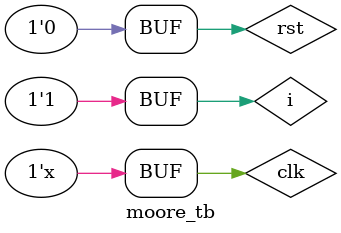
<source format=v>
module moore(i,clk,rst,y);
  input i,clk,rst;
  output reg y;
  reg [2:0]cs,ns;
  parameter s0=3'b000;
  parameter s1=3'b001;
  parameter s2=3'b010;
  parameter s3=3'b011;
  parameter s4=3'b100;
 
always @(posedge clk,posedge rst)
 
begin
 
  if(rst) cs<=s0;
 
  else cs<=ns;
 
end
 
 
always @(cs,i)
 
begin
 
  case(cs)
      s0:ns=i?s1:s0;
      s1:ns=i?s1:s2;
      s2:ns=i?s3:s0;
      s3:ns=i?s1:s4;
      s4:ns=i?s3:s0;
      default:ns=s0;
    endcase
  end
  
  always @(cs)
  begin
    $display(cs);
    if(cs==s4) y=1;
    else y=0;
  end
endmodule

module moore_tb;
  reg i,clk,rst;
  wire y;
  moore FSM2(i,clk,rst,y);
  
  always
  #5 clk=~clk;
  
  initial
  begin
    rst=1;clk=0;i=1;#10;
    
    rst=0;#10;
    i=0;#10;
    i=1;#10;
    i=0;#10;
    i=1;#10;
    i=0;#10;
    i=1;#10;
    i=0;#10;
    i=1;#10;
  end
endmodule
</source>
